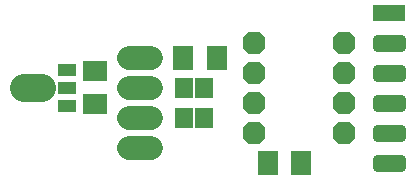
<source format=gts>
G75*
%MOIN*%
%OFA0B0*%
%FSLAX24Y24*%
%IPPOS*%
%LPD*%
%AMOC8*
5,1,8,0,0,1.08239X$1,22.5*
%
%ADD10R,0.0710X0.0789*%
%ADD11C,0.0800*%
%ADD12R,0.0592X0.0671*%
%ADD13R,0.0710X0.0790*%
%ADD14R,0.1080X0.0580*%
%ADD15C,0.0290*%
%ADD16R,0.0789X0.0710*%
%ADD17C,0.0946*%
%ADD18R,0.0620X0.0413*%
%ADD19OC8,0.0760*%
D10*
X009549Y001600D03*
X010651Y001600D03*
D11*
X005660Y002100D02*
X004940Y002100D01*
X004940Y003100D02*
X005660Y003100D01*
X005660Y004100D02*
X004940Y004100D01*
X004940Y005100D02*
X005660Y005100D01*
D12*
X006765Y004100D03*
X007435Y004100D03*
X007435Y003100D03*
X006765Y003100D03*
D13*
X006740Y005100D03*
X007860Y005100D03*
D14*
X013600Y006600D03*
D15*
X013995Y005455D02*
X013205Y005455D01*
X013205Y005745D01*
X013995Y005745D01*
X013995Y005455D01*
X013995Y005744D02*
X013205Y005744D01*
X013205Y004455D02*
X013995Y004455D01*
X013205Y004455D02*
X013205Y004745D01*
X013995Y004745D01*
X013995Y004455D01*
X013995Y004744D02*
X013205Y004744D01*
X013205Y003455D02*
X013995Y003455D01*
X013205Y003455D02*
X013205Y003745D01*
X013995Y003745D01*
X013995Y003455D01*
X013995Y003744D02*
X013205Y003744D01*
X013205Y002455D02*
X013995Y002455D01*
X013205Y002455D02*
X013205Y002745D01*
X013995Y002745D01*
X013995Y002455D01*
X013995Y002744D02*
X013205Y002744D01*
X013205Y001455D02*
X013995Y001455D01*
X013205Y001455D02*
X013205Y001745D01*
X013995Y001745D01*
X013995Y001455D01*
X013995Y001744D02*
X013205Y001744D01*
D16*
X003800Y003549D03*
X003800Y004651D03*
D17*
X002025Y004100D02*
X001435Y004100D01*
D18*
X002882Y004100D03*
X002882Y003509D03*
X002882Y004691D03*
D19*
X009100Y004600D03*
X009100Y003600D03*
X009100Y002600D03*
X012100Y002600D03*
X012100Y003600D03*
X012100Y004600D03*
X012100Y005600D03*
X009100Y005600D03*
M02*

</source>
